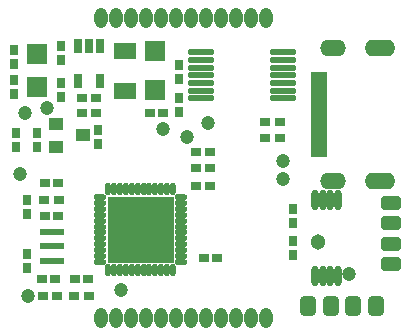
<source format=gbs>
G04*
G04 #@! TF.GenerationSoftware,Altium Limited,Altium Designer,21.2.0 (30)*
G04*
G04 Layer_Color=16711935*
%FSLAX24Y24*%
%MOIN*%
G70*
G04*
G04 #@! TF.SameCoordinates,7FD8D1C1-8453-446E-9C5A-4270D5F62F01*
G04*
G04*
G04 #@! TF.FilePolarity,Negative*
G04*
G01*
G75*
%ADD23R,0.0340X0.0280*%
%ADD28C,0.0474*%
%ADD29C,0.0513*%
%ADD30O,0.0434X0.0671*%
%ADD31O,0.0867X0.0552*%
%ADD32O,0.1025X0.0552*%
%ADD70R,0.0280X0.0340*%
%ADD71O,0.0237X0.0671*%
%ADD72R,0.0330X0.0280*%
G04:AMPARAMS|DCode=73|XSize=47.4mil|YSize=68mil|CornerRadius=13.8mil|HoleSize=0mil|Usage=FLASHONLY|Rotation=90.000|XOffset=0mil|YOffset=0mil|HoleType=Round|Shape=RoundedRectangle|*
%AMROUNDEDRECTD73*
21,1,0.0474,0.0403,0,0,90.0*
21,1,0.0197,0.0680,0,0,90.0*
1,1,0.0277,0.0202,0.0098*
1,1,0.0277,0.0202,-0.0098*
1,1,0.0277,-0.0202,-0.0098*
1,1,0.0277,-0.0202,0.0098*
%
%ADD73ROUNDEDRECTD73*%
G04:AMPARAMS|DCode=74|XSize=55.2mil|YSize=67.1mil|CornerRadius=15.8mil|HoleSize=0mil|Usage=FLASHONLY|Rotation=0.000|XOffset=0mil|YOffset=0mil|HoleType=Round|Shape=RoundedRectangle|*
%AMROUNDEDRECTD74*
21,1,0.0552,0.0354,0,0,0.0*
21,1,0.0236,0.0671,0,0,0.0*
1,1,0.0316,0.0118,-0.0177*
1,1,0.0316,-0.0118,-0.0177*
1,1,0.0316,-0.0118,0.0177*
1,1,0.0316,0.0118,0.0177*
%
%ADD74ROUNDEDRECTD74*%
%ADD75R,0.0280X0.0330*%
%ADD76R,0.0730X0.0580*%
%ADD77O,0.0900X0.0223*%
%ADD78R,0.0789X0.0237*%
%ADD79R,0.0680X0.0680*%
%ADD80R,0.0454X0.0434*%
%ADD81R,0.0454X0.0434*%
%ADD82R,0.0698X0.0680*%
%ADD83R,0.0297X0.0474*%
%ADD84R,0.0580X0.0198*%
%ADD85R,0.2245X0.2245*%
%ADD86O,0.0190X0.0434*%
%ADD87O,0.0434X0.0190*%
D23*
X2790Y1250D02*
D03*
X2310D02*
D03*
X1790Y4450D02*
D03*
X1310D02*
D03*
X9150Y7050D02*
D03*
X8670D02*
D03*
X9150Y6500D02*
D03*
X8670D02*
D03*
X3040Y7850D02*
D03*
X2560D02*
D03*
D28*
X3850Y1450D02*
D03*
X5257Y6808D02*
D03*
X9250Y5150D02*
D03*
X650Y7350D02*
D03*
X1400Y7500D02*
D03*
X6050Y6550D02*
D03*
X6750Y7000D02*
D03*
X500Y5300D02*
D03*
X750Y1250D02*
D03*
X9250Y5750D02*
D03*
X11479Y1971D02*
D03*
D29*
X10421Y3029D02*
D03*
D30*
X7700Y512D02*
D03*
X8200D02*
D03*
X4700D02*
D03*
X4200D02*
D03*
X3700D02*
D03*
X3200D02*
D03*
X6700D02*
D03*
X6200D02*
D03*
X5700D02*
D03*
X5200D02*
D03*
X8700D02*
D03*
X7200D02*
D03*
X4700Y10512D02*
D03*
X4200D02*
D03*
X3700D02*
D03*
X3200D02*
D03*
X6700D02*
D03*
X6200D02*
D03*
X5700D02*
D03*
X5200D02*
D03*
X8700D02*
D03*
X8200D02*
D03*
X7700D02*
D03*
X7200D02*
D03*
D31*
X10924Y9513D02*
D03*
Y5087D02*
D03*
D32*
X12499D02*
D03*
Y9513D02*
D03*
D70*
X9600Y3090D02*
D03*
Y2610D02*
D03*
Y4140D02*
D03*
Y3660D02*
D03*
X5800Y7360D02*
D03*
Y7840D02*
D03*
X3100Y6310D02*
D03*
Y6790D02*
D03*
X5800Y8460D02*
D03*
Y8940D02*
D03*
X1050Y6210D02*
D03*
Y6690D02*
D03*
X350Y6210D02*
D03*
Y6690D02*
D03*
X1850Y9580D02*
D03*
Y9100D02*
D03*
Y7870D02*
D03*
Y8350D02*
D03*
D71*
X11097Y1925D02*
D03*
X10841D02*
D03*
X10585D02*
D03*
X10329D02*
D03*
X11097Y4445D02*
D03*
X10841D02*
D03*
X10585D02*
D03*
X10329D02*
D03*
D72*
X7080Y2502D02*
D03*
X6620D02*
D03*
X2320Y1798D02*
D03*
X2780D02*
D03*
X6370Y4898D02*
D03*
X6830D02*
D03*
X1730Y1252D02*
D03*
X1270D02*
D03*
X6370Y5498D02*
D03*
X6830D02*
D03*
X4820Y7348D02*
D03*
X5280D02*
D03*
X1220Y1798D02*
D03*
X1680D02*
D03*
X1780Y5002D02*
D03*
X1320D02*
D03*
Y3898D02*
D03*
X1780D02*
D03*
X6370Y6048D02*
D03*
X6830D02*
D03*
X2570Y7352D02*
D03*
X3030D02*
D03*
D73*
X12850Y2300D02*
D03*
Y2983D02*
D03*
Y3667D02*
D03*
Y4350D02*
D03*
D74*
X12350Y900D02*
D03*
X10100D02*
D03*
X10850D02*
D03*
X11600D02*
D03*
D75*
X748Y2630D02*
D03*
Y2170D02*
D03*
Y4430D02*
D03*
Y3970D02*
D03*
X298Y8970D02*
D03*
Y9430D02*
D03*
X302Y8430D02*
D03*
Y7970D02*
D03*
D76*
X4000Y8075D02*
D03*
Y9425D02*
D03*
D77*
X6526Y7832D02*
D03*
Y8088D02*
D03*
Y8344D02*
D03*
Y8600D02*
D03*
Y8856D02*
D03*
Y9112D02*
D03*
Y9368D02*
D03*
X9274Y7832D02*
D03*
Y8088D02*
D03*
Y8344D02*
D03*
Y8600D02*
D03*
Y8856D02*
D03*
Y9112D02*
D03*
Y9368D02*
D03*
D78*
X1550Y2420D02*
D03*
Y2900D02*
D03*
Y3380D02*
D03*
D79*
X5000Y8100D02*
D03*
Y9400D02*
D03*
D80*
X1687Y6226D02*
D03*
X2613Y6600D02*
D03*
D81*
X1687Y6974D02*
D03*
D82*
X1050Y8200D02*
D03*
Y9300D02*
D03*
D83*
X2426Y8409D02*
D03*
X3174D02*
D03*
Y9591D02*
D03*
X2800D02*
D03*
X2426D02*
D03*
D84*
X10480Y5981D02*
D03*
Y6099D02*
D03*
Y6296D02*
D03*
Y6414D02*
D03*
Y6611D02*
D03*
Y6808D02*
D03*
Y7005D02*
D03*
X10480Y7202D02*
D03*
X10480Y7398D02*
D03*
X10480Y7595D02*
D03*
X10480Y7792D02*
D03*
Y7989D02*
D03*
X10480Y8186D02*
D03*
Y8304D02*
D03*
X10480Y8501D02*
D03*
Y8619D02*
D03*
D85*
X4517Y3458D02*
D03*
D86*
X3434Y2100D02*
D03*
X3631D02*
D03*
X3828D02*
D03*
X4025D02*
D03*
X4222D02*
D03*
X4419D02*
D03*
X4615D02*
D03*
X4812D02*
D03*
X5009D02*
D03*
X5206D02*
D03*
X5403D02*
D03*
X5600D02*
D03*
Y4816D02*
D03*
X5403D02*
D03*
X5206D02*
D03*
X5009D02*
D03*
X4812D02*
D03*
X4615D02*
D03*
X4419D02*
D03*
X4222D02*
D03*
X4025D02*
D03*
X3828D02*
D03*
X3631D02*
D03*
X3434D02*
D03*
D87*
X5875Y2375D02*
D03*
Y2572D02*
D03*
Y2769D02*
D03*
Y2966D02*
D03*
Y3163D02*
D03*
Y3360D02*
D03*
Y3556D02*
D03*
Y3753D02*
D03*
Y3950D02*
D03*
Y4147D02*
D03*
Y4344D02*
D03*
Y4541D02*
D03*
X3159D02*
D03*
Y4344D02*
D03*
Y4147D02*
D03*
Y3950D02*
D03*
Y3753D02*
D03*
Y3556D02*
D03*
Y3360D02*
D03*
Y3163D02*
D03*
Y2966D02*
D03*
Y2769D02*
D03*
Y2572D02*
D03*
Y2375D02*
D03*
M02*

</source>
